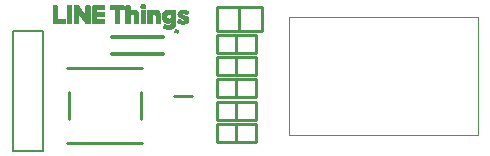
<source format=gto>
G04*
G04 #@! TF.GenerationSoftware,Altium Limited,CircuitStudio,1.5.1 (13)*
G04*
G04 Layer_Color=15065295*
%FSLAX25Y25*%
%MOIN*%
G70*
G01*
G75*
%ADD24C,0.01000*%
%ADD25C,0.00787*%
%ADD26C,0.00394*%
%ADD27C,0.00044*%
%ADD28C,0.01181*%
D24*
X249254Y284706D02*
G03*
X249213Y284882I352J176D01*
G01*
X237591Y255579D02*
Y264579D01*
X213591Y255579D02*
Y264579D01*
X213090Y247579D02*
X238090D01*
X213090Y272579D02*
X238090D01*
X248819Y263228D02*
X254819D01*
X262890Y285114D02*
Y293114D01*
X277890D01*
Y285114D02*
Y293114D01*
X262890Y285114D02*
X277890D01*
X270390D02*
Y293114D01*
X262890Y255504D02*
X275890D01*
X262890Y261504D02*
X275890D01*
X269390Y255504D02*
Y261504D01*
X275890Y255504D02*
Y261504D01*
X262890Y255504D02*
Y261504D01*
Y268886D02*
X275890D01*
X262890Y262886D02*
X275890D01*
X269390D02*
Y268886D01*
X262890Y262886D02*
Y268886D01*
X275890Y262886D02*
Y268886D01*
X262890Y283551D02*
X275890D01*
X262890Y277551D02*
X275890D01*
X269390D02*
Y283551D01*
X262890Y277551D02*
Y283551D01*
X275890Y277551D02*
Y283551D01*
X262890Y276268D02*
X275890D01*
X262890Y270268D02*
X275890D01*
X269390D02*
Y276268D01*
X262890Y270268D02*
Y276268D01*
X275890Y270268D02*
Y276268D01*
X262890Y254122D02*
X275890D01*
X262890Y248122D02*
X275890D01*
X269390D02*
Y254122D01*
X262890Y248122D02*
Y254122D01*
X275890Y248122D02*
Y254122D01*
D25*
X195000Y285000D02*
X205000D01*
Y245000D02*
Y285000D01*
X195000Y245000D02*
Y285000D01*
Y245000D02*
X205000D01*
D26*
X287008Y289606D02*
X350000D01*
Y269921D02*
Y289606D01*
X287008Y250236D02*
Y289606D01*
Y250236D02*
X350000D01*
Y269921D01*
D27*
X238127Y294087D02*
X238436D01*
X237994Y294043D02*
X238612D01*
X237906Y293999D02*
X238701D01*
X237818Y293955D02*
X238745D01*
X237774Y293910D02*
X238789D01*
X237730Y293866D02*
X238833D01*
X237685Y293822D02*
X238877D01*
X237641Y293778D02*
X238921D01*
X237641Y293734D02*
X238965D01*
X237597Y293690D02*
X238965D01*
X237597Y293646D02*
X239009D01*
X227446Y293601D02*
X231771D01*
X232698D02*
X233757D01*
X237553D02*
X239009D01*
X208380Y293557D02*
X209527D01*
X213191D02*
X214338D01*
X215441D02*
X216589D01*
X219325D02*
X220473D01*
X221576D02*
X225372D01*
X227358D02*
X231860D01*
X232610D02*
X233846D01*
X237553D02*
X239054D01*
X208336Y293513D02*
X209572D01*
X213146D02*
X214382D01*
X215397D02*
X216633D01*
X219281D02*
X220517D01*
X221532D02*
X225416D01*
X227314D02*
X231904D01*
X232566D02*
X233890D01*
X237553D02*
X239054D01*
X208292Y293469D02*
X209616D01*
X213102D02*
X214426D01*
X215353D02*
X216677D01*
X219237D02*
X220561D01*
X221488D02*
X225460D01*
X227314D02*
X231904D01*
X232566D02*
X233890D01*
X237509D02*
X239054D01*
X208292Y293425D02*
X209660D01*
X213102D02*
X214426D01*
X215353D02*
X216721D01*
X219193D02*
X220561D01*
X221444D02*
X225460D01*
X227314D02*
X231948D01*
X232522D02*
X233934D01*
X237509D02*
X239054D01*
X208292Y293381D02*
X209660D01*
X213058D02*
X214471D01*
X215309D02*
X216765D01*
X219193D02*
X220561D01*
X221444D02*
X225504D01*
X227270D02*
X231948D01*
X232522D02*
X233934D01*
X237509D02*
X239054D01*
X208292Y293337D02*
X209660D01*
X213058D02*
X214471D01*
X215309D02*
X216765D01*
X219193D02*
X220561D01*
X221444D02*
X225504D01*
X227270D02*
X231948D01*
X232522D02*
X233934D01*
X237509D02*
X239054D01*
X208292Y293292D02*
X209660D01*
X213058D02*
X214471D01*
X215309D02*
X216810D01*
X219193D02*
X220561D01*
X221444D02*
X225504D01*
X227270D02*
X231948D01*
X232522D02*
X233934D01*
X237509D02*
X239054D01*
X208292Y293248D02*
X209660D01*
X213058D02*
X214471D01*
X215309D02*
X216854D01*
X219193D02*
X220561D01*
X221444D02*
X225504D01*
X227270D02*
X231948D01*
X232522D02*
X233934D01*
X237509D02*
X239054D01*
X208292Y293204D02*
X209660D01*
X213058D02*
X214471D01*
X215309D02*
X216898D01*
X219193D02*
X220561D01*
X221444D02*
X225504D01*
X227270D02*
X231948D01*
X232522D02*
X233934D01*
X237509D02*
X239054D01*
X208292Y293160D02*
X209660D01*
X213058D02*
X214471D01*
X215309D02*
X216898D01*
X219193D02*
X220561D01*
X221444D02*
X225504D01*
X227270D02*
X231948D01*
X232522D02*
X233934D01*
X237509D02*
X239054D01*
X208292Y293116D02*
X209660D01*
X213058D02*
X214471D01*
X215309D02*
X216942D01*
X219193D02*
X220561D01*
X221444D02*
X225504D01*
X227270D02*
X231948D01*
X232522D02*
X233934D01*
X237553D02*
X239054D01*
X208292Y293072D02*
X209660D01*
X213058D02*
X214471D01*
X215309D02*
X216986D01*
X219193D02*
X220561D01*
X221444D02*
X225504D01*
X227270D02*
X231948D01*
X232522D02*
X233934D01*
X237553D02*
X239054D01*
X208292Y293028D02*
X209660D01*
X213058D02*
X214471D01*
X215309D02*
X216986D01*
X219193D02*
X220561D01*
X221444D02*
X225504D01*
X227270D02*
X231948D01*
X232522D02*
X233934D01*
X237553D02*
X239009D01*
X208292Y292984D02*
X209660D01*
X213058D02*
X214471D01*
X215309D02*
X217030D01*
X219193D02*
X220561D01*
X221444D02*
X225504D01*
X227270D02*
X231948D01*
X232522D02*
X233934D01*
X237597D02*
X239009D01*
X208292Y292939D02*
X209660D01*
X213058D02*
X214471D01*
X215309D02*
X217074D01*
X219193D02*
X220561D01*
X221444D02*
X225504D01*
X227270D02*
X231948D01*
X232522D02*
X233934D01*
X237597D02*
X238965D01*
X208292Y292895D02*
X209660D01*
X213058D02*
X214471D01*
X215309D02*
X217119D01*
X219193D02*
X220561D01*
X221444D02*
X225504D01*
X227270D02*
X231948D01*
X232522D02*
X233934D01*
X237641D02*
X238965D01*
X208292Y292851D02*
X209660D01*
X213058D02*
X214471D01*
X215309D02*
X217119D01*
X219193D02*
X220561D01*
X221444D02*
X225504D01*
X227270D02*
X231948D01*
X232522D02*
X233934D01*
X237641D02*
X238921D01*
X208292Y292807D02*
X209660D01*
X213058D02*
X214471D01*
X215309D02*
X217163D01*
X219193D02*
X220561D01*
X221444D02*
X225504D01*
X227270D02*
X231948D01*
X232522D02*
X233934D01*
X237685D02*
X238877D01*
X208292Y292763D02*
X209660D01*
X213058D02*
X214471D01*
X215309D02*
X217207D01*
X219193D02*
X220561D01*
X221444D02*
X225504D01*
X227270D02*
X231948D01*
X232522D02*
X233934D01*
X237730D02*
X238833D01*
X208292Y292719D02*
X209660D01*
X213058D02*
X214471D01*
X215309D02*
X217251D01*
X219193D02*
X220561D01*
X221444D02*
X225504D01*
X227270D02*
X231948D01*
X232522D02*
X233934D01*
X237774D02*
X238789D01*
X208292Y292675D02*
X209660D01*
X213058D02*
X214471D01*
X215309D02*
X217251D01*
X219193D02*
X220561D01*
X221444D02*
X225504D01*
X227270D02*
X231948D01*
X232522D02*
X233934D01*
X237818D02*
X238745D01*
X208292Y292631D02*
X209660D01*
X213058D02*
X214471D01*
X215309D02*
X217295D01*
X219193D02*
X220561D01*
X221444D02*
X225504D01*
X227270D02*
X231948D01*
X232522D02*
X233934D01*
X237906D02*
X238656D01*
X208292Y292586D02*
X209660D01*
X213058D02*
X214471D01*
X215309D02*
X217339D01*
X219193D02*
X220561D01*
X221444D02*
X225504D01*
X227270D02*
X231948D01*
X232522D02*
X233934D01*
X237994D02*
X238568D01*
X208292Y292542D02*
X209660D01*
X213058D02*
X214471D01*
X215309D02*
X217383D01*
X219193D02*
X220561D01*
X221444D02*
X225504D01*
X227270D02*
X231948D01*
X232522D02*
X233934D01*
X238215D02*
X238348D01*
X208292Y292498D02*
X209660D01*
X213058D02*
X214471D01*
X215309D02*
X217383D01*
X219193D02*
X220561D01*
X221444D02*
X225504D01*
X227270D02*
X231948D01*
X232522D02*
X233934D01*
X208292Y292454D02*
X209660D01*
X213058D02*
X214471D01*
X215309D02*
X217428D01*
X219193D02*
X220561D01*
X221444D02*
X225504D01*
X227314D02*
X231948D01*
X232522D02*
X233934D01*
X208292Y292410D02*
X209660D01*
X213058D02*
X214471D01*
X215309D02*
X217472D01*
X219193D02*
X220561D01*
X221444D02*
X225504D01*
X227314D02*
X231948D01*
X232522D02*
X233934D01*
X208292Y292366D02*
X209660D01*
X213058D02*
X214471D01*
X215309D02*
X217516D01*
X219193D02*
X220561D01*
X221444D02*
X225460D01*
X227314D02*
X231904D01*
X232522D02*
X233934D01*
X208292Y292322D02*
X209660D01*
X213058D02*
X214471D01*
X215309D02*
X217516D01*
X219193D02*
X220561D01*
X221444D02*
X225460D01*
X227358D02*
X231904D01*
X232522D02*
X233934D01*
X208292Y292277D02*
X209660D01*
X213058D02*
X214471D01*
X215309D02*
X217560D01*
X219193D02*
X220561D01*
X221444D02*
X225416D01*
X227402D02*
X231860D01*
X232522D02*
X233934D01*
X208292Y292233D02*
X209660D01*
X213058D02*
X214471D01*
X215309D02*
X217604D01*
X219193D02*
X220561D01*
X221444D02*
X225328D01*
X227490D02*
X231771D01*
X232522D02*
X233934D01*
X208292Y292189D02*
X209660D01*
X213058D02*
X214471D01*
X215309D02*
X217648D01*
X219193D02*
X220561D01*
X221444D02*
X222812D01*
X228947D02*
X230315D01*
X232522D02*
X233934D01*
X208292Y292145D02*
X209660D01*
X213058D02*
X214471D01*
X215309D02*
X217648D01*
X219193D02*
X220561D01*
X221444D02*
X222812D01*
X228947D02*
X230315D01*
X232522D02*
X233934D01*
X208292Y292101D02*
X209660D01*
X213058D02*
X214471D01*
X215309D02*
X217692D01*
X219193D02*
X220561D01*
X221444D02*
X222812D01*
X228947D02*
X230315D01*
X232522D02*
X233934D01*
X234773D02*
X235567D01*
X242099D02*
X242849D01*
X246248D02*
X246998D01*
X208292Y292057D02*
X209660D01*
X213058D02*
X214471D01*
X215309D02*
X217737D01*
X219193D02*
X220561D01*
X221444D02*
X222812D01*
X228947D02*
X230315D01*
X232522D02*
X233934D01*
X234640D02*
X235744D01*
X237774D02*
X238789D01*
X239981D02*
X241040D01*
X241967D02*
X242982D01*
X246071D02*
X247130D01*
X247881D02*
X249028D01*
X251191D02*
X252162D01*
X208292Y292013D02*
X209660D01*
X213058D02*
X214471D01*
X215309D02*
X217781D01*
X219193D02*
X220561D01*
X221444D02*
X222812D01*
X228947D02*
X230315D01*
X232522D02*
X233934D01*
X234552D02*
X235832D01*
X237685D02*
X238877D01*
X239892D02*
X241128D01*
X241878D02*
X243114D01*
X245939D02*
X247263D01*
X247836D02*
X249116D01*
X250970D02*
X252382D01*
X208292Y291968D02*
X209660D01*
X213058D02*
X214471D01*
X215309D02*
X217781D01*
X219193D02*
X220561D01*
X221444D02*
X222812D01*
X228947D02*
X230315D01*
X232522D02*
X233934D01*
X234464D02*
X235920D01*
X237641D02*
X238921D01*
X239848D02*
X241172D01*
X241790D02*
X243202D01*
X245850D02*
X247351D01*
X247792D02*
X249116D01*
X250838D02*
X252559D01*
X208292Y291924D02*
X209660D01*
X213058D02*
X214471D01*
X215309D02*
X217825D01*
X219193D02*
X220561D01*
X221444D02*
X222812D01*
X228947D02*
X230315D01*
X232522D02*
X233934D01*
X234419D02*
X236008D01*
X237641D02*
X238921D01*
X239848D02*
X241216D01*
X241702D02*
X243291D01*
X245762D02*
X247395D01*
X247792D02*
X249161D01*
X250749D02*
X252691D01*
X208292Y291880D02*
X209660D01*
X213058D02*
X214471D01*
X215309D02*
X217869D01*
X219193D02*
X220561D01*
X221444D02*
X222812D01*
X228947D02*
X230315D01*
X232522D02*
X233934D01*
X234331D02*
X236097D01*
X237597D02*
X238965D01*
X239848D02*
X241216D01*
X241658D02*
X243335D01*
X245674D02*
X247483D01*
X247748D02*
X249161D01*
X250661D02*
X252780D01*
X208292Y291836D02*
X209660D01*
X213058D02*
X214471D01*
X215309D02*
X217869D01*
X219193D02*
X220561D01*
X221444D02*
X222812D01*
X228947D02*
X230315D01*
X232522D02*
X233934D01*
X234287D02*
X236141D01*
X237597D02*
X238965D01*
X239804D02*
X241216D01*
X241569D02*
X243423D01*
X245586D02*
X247528D01*
X247748D02*
X249161D01*
X250573D02*
X252868D01*
X208292Y291792D02*
X209660D01*
X213058D02*
X214471D01*
X215309D02*
X217913D01*
X219193D02*
X220561D01*
X221444D02*
X222812D01*
X228947D02*
X230315D01*
X232522D02*
X233934D01*
X234243D02*
X236185D01*
X237597D02*
X238965D01*
X239804D02*
X241216D01*
X241525D02*
X243467D01*
X245542D02*
X247572D01*
X247748D02*
X249161D01*
X250485D02*
X252956D01*
X208292Y291748D02*
X209660D01*
X213058D02*
X214471D01*
X215309D02*
X217957D01*
X219193D02*
X220561D01*
X221444D02*
X222812D01*
X228947D02*
X230315D01*
X232522D02*
X233934D01*
X234199D02*
X236229D01*
X237597D02*
X238965D01*
X239804D02*
X241216D01*
X241481D02*
X243511D01*
X245497D02*
X247616D01*
X247748D02*
X249161D01*
X250441D02*
X253044D01*
X208292Y291704D02*
X209660D01*
X213058D02*
X214471D01*
X215309D02*
X218001D01*
X219193D02*
X220561D01*
X221444D02*
X222812D01*
X228947D02*
X230315D01*
X232522D02*
X233934D01*
X234155D02*
X236273D01*
X237597D02*
X238965D01*
X239804D02*
X241216D01*
X241437D02*
X243555D01*
X245409D02*
X247660D01*
X247748D02*
X249161D01*
X250352D02*
X253133D01*
X208292Y291659D02*
X209660D01*
X213058D02*
X214471D01*
X215309D02*
X218001D01*
X219193D02*
X220561D01*
X221444D02*
X222812D01*
X228947D02*
X230315D01*
X232522D02*
X233934D01*
X234111D02*
X236317D01*
X237597D02*
X238965D01*
X239804D02*
X241216D01*
X241393D02*
X243600D01*
X245365D02*
X247704D01*
X247748D02*
X249161D01*
X250308D02*
X253177D01*
X208292Y291615D02*
X209660D01*
X213058D02*
X214471D01*
X215309D02*
X218045D01*
X219193D02*
X220561D01*
X221444D02*
X222812D01*
X228947D02*
X230315D01*
X232522D02*
X233934D01*
X234111D02*
X236361D01*
X237597D02*
X238965D01*
X239804D02*
X241216D01*
X241393D02*
X243644D01*
X245321D02*
X249161D01*
X250264D02*
X253221D01*
X208292Y291571D02*
X209660D01*
X213058D02*
X214471D01*
X215309D02*
X218090D01*
X219193D02*
X220561D01*
X221444D02*
X222812D01*
X228947D02*
X230315D01*
X232522D02*
X233934D01*
X234066D02*
X236406D01*
X237597D02*
X238965D01*
X239804D02*
X241216D01*
X241349D02*
X243644D01*
X245277D02*
X249161D01*
X250220D02*
X253309D01*
X208292Y291527D02*
X209660D01*
X213058D02*
X214471D01*
X215309D02*
X218134D01*
X219193D02*
X220561D01*
X221444D02*
X222812D01*
X228947D02*
X230315D01*
X232522D02*
X233934D01*
X234066D02*
X236450D01*
X237597D02*
X238965D01*
X239804D02*
X241216D01*
X241305D02*
X243688D01*
X245233D02*
X249161D01*
X250176D02*
X253309D01*
X208292Y291483D02*
X209660D01*
X213058D02*
X214471D01*
X215309D02*
X218134D01*
X219193D02*
X220561D01*
X221444D02*
X222812D01*
X228947D02*
X230315D01*
X232522D02*
X233934D01*
X234022D02*
X236450D01*
X237597D02*
X238965D01*
X239804D02*
X241216D01*
X241305D02*
X243732D01*
X245188D02*
X249161D01*
X250132D02*
X253353D01*
X208292Y291439D02*
X209660D01*
X213058D02*
X214471D01*
X215309D02*
X218178D01*
X219193D02*
X220561D01*
X221444D02*
X222812D01*
X228947D02*
X230315D01*
X232522D02*
X233934D01*
X234022D02*
X236494D01*
X237597D02*
X238965D01*
X239804D02*
X241216D01*
X241260D02*
X243732D01*
X245144D02*
X249161D01*
X250132D02*
X253353D01*
X208292Y291395D02*
X209660D01*
X213058D02*
X214471D01*
X215309D02*
X218222D01*
X219193D02*
X220561D01*
X221444D02*
X222812D01*
X228947D02*
X230315D01*
X232522D02*
X233934D01*
X233978D02*
X236494D01*
X237597D02*
X238965D01*
X239804D02*
X243776D01*
X245144D02*
X249161D01*
X250087D02*
X253397D01*
X208292Y291351D02*
X209660D01*
X213058D02*
X214471D01*
X215309D02*
X218266D01*
X219193D02*
X220561D01*
X221444D02*
X222812D01*
X228947D02*
X230315D01*
X232522D02*
X233934D01*
X233978D02*
X236538D01*
X237597D02*
X238965D01*
X239804D02*
X243820D01*
X245100D02*
X249161D01*
X250043D02*
X253353D01*
X208292Y291306D02*
X209660D01*
X213058D02*
X214471D01*
X215309D02*
X218266D01*
X219193D02*
X220561D01*
X221444D02*
X222812D01*
X228947D02*
X230315D01*
X232522D02*
X236538D01*
X237597D02*
X238965D01*
X239804D02*
X243820D01*
X245056D02*
X249161D01*
X250043D02*
X253353D01*
X208292Y291262D02*
X209660D01*
X213058D02*
X214471D01*
X215309D02*
X218310D01*
X219193D02*
X220561D01*
X221444D02*
X225328D01*
X228947D02*
X230315D01*
X232522D02*
X236582D01*
X237597D02*
X238965D01*
X239804D02*
X243864D01*
X245012D02*
X249161D01*
X249999D02*
X253353D01*
X208292Y291218D02*
X209660D01*
X213058D02*
X214471D01*
X215309D02*
X218354D01*
X219193D02*
X220561D01*
X221444D02*
X225416D01*
X228947D02*
X230315D01*
X232522D02*
X236582D01*
X237597D02*
X238965D01*
X239804D02*
X243864D01*
X245012D02*
X249161D01*
X249999D02*
X253309D01*
X208292Y291174D02*
X209660D01*
X213058D02*
X214471D01*
X215309D02*
X218398D01*
X219193D02*
X220561D01*
X221444D02*
X225460D01*
X228947D02*
X230315D01*
X232522D02*
X236626D01*
X237597D02*
X238965D01*
X239804D02*
X243864D01*
X244968D02*
X249161D01*
X249955D02*
X253265D01*
X208292Y291130D02*
X209660D01*
X213058D02*
X214471D01*
X215309D02*
X218398D01*
X219193D02*
X220561D01*
X221444D02*
X225460D01*
X228947D02*
X230315D01*
X232522D02*
X236626D01*
X237597D02*
X238965D01*
X239804D02*
X243909D01*
X244968D02*
X249161D01*
X249955D02*
X253221D01*
X208292Y291086D02*
X209660D01*
X213058D02*
X214471D01*
X215309D02*
X218443D01*
X219193D02*
X220561D01*
X221444D02*
X225504D01*
X228947D02*
X230315D01*
X232522D02*
X236626D01*
X237597D02*
X238965D01*
X239804D02*
X243909D01*
X244924D02*
X249161D01*
X249955D02*
X253177D01*
X208292Y291042D02*
X209660D01*
X213058D02*
X214471D01*
X215309D02*
X216721D01*
X216765D02*
X218487D01*
X219193D02*
X220561D01*
X221444D02*
X225504D01*
X228947D02*
X230315D01*
X232522D02*
X236670D01*
X237597D02*
X238965D01*
X239804D02*
X243909D01*
X244924D02*
X249161D01*
X249911D02*
X251411D01*
X252029D02*
X253133D01*
X208292Y290998D02*
X209660D01*
X213058D02*
X214471D01*
X215309D02*
X216721D01*
X216765D02*
X218531D01*
X219193D02*
X220561D01*
X221444D02*
X225504D01*
X228947D02*
X230315D01*
X232522D02*
X236670D01*
X237597D02*
X238965D01*
X239804D02*
X243953D01*
X244880D02*
X249161D01*
X249911D02*
X251323D01*
X252162D02*
X253089D01*
X208292Y290953D02*
X209660D01*
X213058D02*
X214471D01*
X215309D02*
X216721D01*
X216810D02*
X218531D01*
X219193D02*
X220561D01*
X221444D02*
X225504D01*
X228947D02*
X230315D01*
X232522D02*
X236670D01*
X237597D02*
X238965D01*
X239804D02*
X243953D01*
X244880D02*
X249161D01*
X249911D02*
X251279D01*
X252294D02*
X253044D01*
X208292Y290909D02*
X209660D01*
X213058D02*
X214471D01*
X215309D02*
X216721D01*
X216854D02*
X218575D01*
X219193D02*
X220561D01*
X221444D02*
X225504D01*
X228947D02*
X230315D01*
X232522D02*
X236715D01*
X237597D02*
X238965D01*
X239804D02*
X243953D01*
X244835D02*
X249161D01*
X249911D02*
X251235D01*
X252382D02*
X253000D01*
X208292Y290865D02*
X209660D01*
X213058D02*
X214471D01*
X215309D02*
X216721D01*
X216898D02*
X218619D01*
X219193D02*
X220561D01*
X221444D02*
X225504D01*
X228947D02*
X230315D01*
X232522D02*
X234464D01*
X234817D02*
X236715D01*
X237597D02*
X238965D01*
X239804D02*
X243953D01*
X244835D02*
X249161D01*
X249911D02*
X251235D01*
X252471D02*
X252956D01*
X208292Y290821D02*
X209660D01*
X213058D02*
X214471D01*
X215309D02*
X216721D01*
X216898D02*
X218619D01*
X219193D02*
X220561D01*
X221444D02*
X225504D01*
X228947D02*
X230315D01*
X232522D02*
X234331D01*
X234949D02*
X236715D01*
X237597D02*
X238965D01*
X239804D02*
X241702D01*
X242187D02*
X243997D01*
X244791D02*
X249161D01*
X249911D02*
X251191D01*
X252515D02*
X252912D01*
X208292Y290777D02*
X209660D01*
X213058D02*
X214471D01*
X215309D02*
X216721D01*
X216942D02*
X218663D01*
X219193D02*
X220561D01*
X221444D02*
X225504D01*
X228947D02*
X230315D01*
X232522D02*
X234243D01*
X235037D02*
X236715D01*
X237597D02*
X238965D01*
X239804D02*
X241614D01*
X242276D02*
X243997D01*
X244791D02*
X246689D01*
X247175D02*
X249161D01*
X249867D02*
X251191D01*
X252603D02*
X252868D01*
X208292Y290733D02*
X209660D01*
X213058D02*
X214471D01*
X215309D02*
X216721D01*
X216986D02*
X218707D01*
X219193D02*
X220561D01*
X221444D02*
X225504D01*
X228947D02*
X230315D01*
X232522D02*
X234199D01*
X235082D02*
X236715D01*
X237597D02*
X238965D01*
X239804D02*
X241525D01*
X242364D02*
X243997D01*
X244791D02*
X246601D01*
X247263D02*
X249161D01*
X249867D02*
X251191D01*
X252647D02*
X252824D01*
X208292Y290689D02*
X209660D01*
X213058D02*
X214471D01*
X215309D02*
X216721D01*
X217030D02*
X218752D01*
X219193D02*
X220561D01*
X221444D02*
X225504D01*
X228947D02*
X230315D01*
X232522D02*
X234155D01*
X235170D02*
X236715D01*
X237597D02*
X238965D01*
X239804D02*
X241481D01*
X242408D02*
X243997D01*
X244747D02*
X246513D01*
X247351D02*
X249161D01*
X249911D02*
X251191D01*
X208292Y290645D02*
X209660D01*
X213058D02*
X214471D01*
X215309D02*
X216721D01*
X217030D02*
X218752D01*
X219193D02*
X220561D01*
X221444D02*
X225504D01*
X228947D02*
X230315D01*
X232522D02*
X234111D01*
X235214D02*
X236759D01*
X237597D02*
X238965D01*
X239804D02*
X241437D01*
X242452D02*
X243997D01*
X244747D02*
X246424D01*
X247439D02*
X249161D01*
X249911D02*
X251191D01*
X208292Y290600D02*
X209660D01*
X213058D02*
X214471D01*
X215309D02*
X216721D01*
X217074D02*
X218796D01*
X219193D02*
X220561D01*
X221444D02*
X225504D01*
X228947D02*
X230315D01*
X232522D02*
X234066D01*
X235214D02*
X236759D01*
X237597D02*
X238965D01*
X239804D02*
X241393D01*
X242496D02*
X243997D01*
X244747D02*
X246380D01*
X247483D02*
X249161D01*
X249911D02*
X251235D01*
X208292Y290556D02*
X209660D01*
X213058D02*
X214471D01*
X215309D02*
X216721D01*
X217119D02*
X218840D01*
X219193D02*
X220561D01*
X221444D02*
X225504D01*
X228947D02*
X230315D01*
X232522D02*
X234022D01*
X235258D02*
X236759D01*
X237597D02*
X238965D01*
X239804D02*
X241349D01*
X242540D02*
X244041D01*
X244703D02*
X246336D01*
X247528D02*
X249161D01*
X249911D02*
X251279D01*
X208292Y290512D02*
X209660D01*
X213058D02*
X214471D01*
X215309D02*
X216721D01*
X217163D02*
X218884D01*
X219193D02*
X220561D01*
X221444D02*
X225504D01*
X228947D02*
X230315D01*
X232522D02*
X234022D01*
X235258D02*
X236759D01*
X237597D02*
X238965D01*
X239804D02*
X241305D01*
X242540D02*
X244041D01*
X244703D02*
X246292D01*
X247572D02*
X249161D01*
X249911D02*
X251323D01*
X208292Y290468D02*
X209660D01*
X213058D02*
X214471D01*
X215309D02*
X216721D01*
X217163D02*
X218884D01*
X219193D02*
X220561D01*
X221444D02*
X225504D01*
X228947D02*
X230315D01*
X232522D02*
X233978D01*
X235302D02*
X236759D01*
X237597D02*
X238965D01*
X239804D02*
X241305D01*
X242584D02*
X244041D01*
X244703D02*
X246248D01*
X247616D02*
X249161D01*
X249911D02*
X251367D01*
X208292Y290424D02*
X209660D01*
X213058D02*
X214471D01*
X215309D02*
X216721D01*
X217207D02*
X218928D01*
X219193D02*
X220561D01*
X221444D02*
X225504D01*
X228947D02*
X230315D01*
X232522D02*
X233978D01*
X235302D02*
X236759D01*
X237597D02*
X238965D01*
X239804D02*
X241260D01*
X242584D02*
X244041D01*
X244703D02*
X246248D01*
X247616D02*
X249161D01*
X249911D02*
X251456D01*
X208292Y290380D02*
X209660D01*
X213058D02*
X214471D01*
X215309D02*
X216721D01*
X217251D02*
X218972D01*
X219193D02*
X220561D01*
X221444D02*
X225504D01*
X228947D02*
X230315D01*
X232522D02*
X233978D01*
X235346D02*
X236759D01*
X237597D02*
X238965D01*
X239804D02*
X241260D01*
X242629D02*
X244041D01*
X244703D02*
X246203D01*
X247660D02*
X249161D01*
X249955D02*
X251588D01*
X208292Y290335D02*
X209660D01*
X213058D02*
X214471D01*
X215309D02*
X216721D01*
X217295D02*
X219016D01*
X219193D02*
X220561D01*
X221444D02*
X225504D01*
X228947D02*
X230315D01*
X232522D02*
X233978D01*
X235346D02*
X236759D01*
X237597D02*
X238965D01*
X239804D02*
X241260D01*
X242629D02*
X244041D01*
X244703D02*
X246159D01*
X247704D02*
X249161D01*
X249955D02*
X251720D01*
X208292Y290291D02*
X209660D01*
X213058D02*
X214471D01*
X215309D02*
X216721D01*
X217295D02*
X219016D01*
X219193D02*
X220561D01*
X221444D02*
X225504D01*
X228947D02*
X230315D01*
X232522D02*
X233934D01*
X235346D02*
X236759D01*
X237597D02*
X238965D01*
X239804D02*
X241216D01*
X242629D02*
X244041D01*
X244659D02*
X246159D01*
X247704D02*
X249161D01*
X249955D02*
X251897D01*
X208292Y290247D02*
X209660D01*
X213058D02*
X214471D01*
X215309D02*
X216721D01*
X217339D02*
X219061D01*
X219193D02*
X220561D01*
X221444D02*
X225504D01*
X228947D02*
X230315D01*
X232522D02*
X233934D01*
X235346D02*
X236759D01*
X237597D02*
X238965D01*
X239804D02*
X241216D01*
X242673D02*
X244041D01*
X244659D02*
X246159D01*
X247704D02*
X249161D01*
X249999D02*
X252074D01*
X208292Y290203D02*
X209660D01*
X213058D02*
X214471D01*
X215309D02*
X216721D01*
X217383D02*
X219105D01*
X219193D02*
X220561D01*
X221444D02*
X225504D01*
X228947D02*
X230315D01*
X232522D02*
X233934D01*
X235346D02*
X236759D01*
X237597D02*
X238965D01*
X239804D02*
X241216D01*
X242673D02*
X244041D01*
X244659D02*
X246115D01*
X247748D02*
X249161D01*
X249999D02*
X252206D01*
X208292Y290159D02*
X209660D01*
X213058D02*
X214471D01*
X215309D02*
X216721D01*
X217383D02*
X219149D01*
X219193D02*
X220561D01*
X221444D02*
X225504D01*
X228947D02*
X230315D01*
X232522D02*
X233934D01*
X235346D02*
X236759D01*
X237597D02*
X238965D01*
X239804D02*
X241216D01*
X242673D02*
X244041D01*
X244659D02*
X246115D01*
X247748D02*
X249161D01*
X250043D02*
X252338D01*
X208292Y290115D02*
X209660D01*
X213058D02*
X214471D01*
X215309D02*
X216721D01*
X217428D02*
X219149D01*
X219193D02*
X220561D01*
X221444D02*
X225504D01*
X228947D02*
X230315D01*
X232522D02*
X233934D01*
X235390D02*
X236759D01*
X237597D02*
X238965D01*
X239804D02*
X241216D01*
X242673D02*
X244041D01*
X244659D02*
X246115D01*
X247748D02*
X249161D01*
X250043D02*
X252515D01*
X208292Y290071D02*
X209660D01*
X213058D02*
X214471D01*
X215309D02*
X216721D01*
X217472D02*
X220561D01*
X221444D02*
X225460D01*
X228947D02*
X230315D01*
X232522D02*
X233934D01*
X235390D02*
X236759D01*
X237597D02*
X238965D01*
X239804D02*
X241216D01*
X242673D02*
X244041D01*
X244659D02*
X246115D01*
X247748D02*
X249161D01*
X250087D02*
X252603D01*
X208292Y290027D02*
X209660D01*
X213058D02*
X214471D01*
X215309D02*
X216721D01*
X217516D02*
X220561D01*
X221444D02*
X225460D01*
X228947D02*
X230315D01*
X232522D02*
X233934D01*
X235390D02*
X236759D01*
X237597D02*
X238965D01*
X239804D02*
X241216D01*
X242673D02*
X244041D01*
X244659D02*
X246115D01*
X247748D02*
X249161D01*
X250087D02*
X252735D01*
X208292Y289982D02*
X209660D01*
X213058D02*
X214471D01*
X215309D02*
X216721D01*
X217516D02*
X220561D01*
X221444D02*
X225416D01*
X228947D02*
X230315D01*
X232522D02*
X233934D01*
X235390D02*
X236759D01*
X237597D02*
X238965D01*
X239804D02*
X241216D01*
X242673D02*
X244041D01*
X244659D02*
X246115D01*
X247748D02*
X249161D01*
X250132D02*
X252824D01*
X208292Y289938D02*
X209660D01*
X213058D02*
X214471D01*
X215309D02*
X216721D01*
X217560D02*
X220561D01*
X221444D02*
X225372D01*
X228947D02*
X230315D01*
X232522D02*
X233934D01*
X235390D02*
X236759D01*
X237597D02*
X238965D01*
X239804D02*
X241216D01*
X242673D02*
X244041D01*
X244659D02*
X246115D01*
X247748D02*
X249161D01*
X250176D02*
X252868D01*
X208292Y289894D02*
X209660D01*
X213058D02*
X214471D01*
X215309D02*
X216721D01*
X217604D02*
X220561D01*
X221444D02*
X225284D01*
X228947D02*
X230315D01*
X232522D02*
X233934D01*
X235390D02*
X236759D01*
X237597D02*
X238965D01*
X239804D02*
X241216D01*
X242673D02*
X244041D01*
X244659D02*
X246115D01*
X247748D02*
X249161D01*
X250220D02*
X252956D01*
X208292Y289850D02*
X209660D01*
X213058D02*
X214471D01*
X215309D02*
X216721D01*
X217648D02*
X220561D01*
X221444D02*
X222812D01*
X228947D02*
X230315D01*
X232522D02*
X233934D01*
X235390D02*
X236759D01*
X237597D02*
X238965D01*
X239804D02*
X241216D01*
X242673D02*
X244041D01*
X244659D02*
X246115D01*
X247748D02*
X249161D01*
X250264D02*
X253000D01*
X208292Y289806D02*
X209660D01*
X213058D02*
X214471D01*
X215309D02*
X216721D01*
X217648D02*
X220561D01*
X221444D02*
X222812D01*
X228947D02*
X230315D01*
X232522D02*
X233934D01*
X235390D02*
X236759D01*
X237597D02*
X238965D01*
X239804D02*
X241216D01*
X242673D02*
X244041D01*
X244659D02*
X246115D01*
X247748D02*
X249161D01*
X250308D02*
X253089D01*
X208292Y289762D02*
X209660D01*
X213058D02*
X214471D01*
X215309D02*
X216721D01*
X217692D02*
X220561D01*
X221444D02*
X222812D01*
X228947D02*
X230315D01*
X232522D02*
X233934D01*
X235390D02*
X236759D01*
X237597D02*
X238965D01*
X239804D02*
X241216D01*
X242673D02*
X244041D01*
X244659D02*
X246115D01*
X247748D02*
X249161D01*
X250396D02*
X253133D01*
X208292Y289718D02*
X209660D01*
X213058D02*
X214471D01*
X215309D02*
X216721D01*
X217737D02*
X220561D01*
X221444D02*
X222812D01*
X228947D02*
X230315D01*
X232522D02*
X233934D01*
X235390D02*
X236759D01*
X237597D02*
X238965D01*
X239804D02*
X241216D01*
X242673D02*
X244041D01*
X244659D02*
X246159D01*
X247748D02*
X249161D01*
X250441D02*
X253177D01*
X208292Y289673D02*
X209660D01*
X213058D02*
X214471D01*
X215309D02*
X216721D01*
X217781D02*
X220561D01*
X221444D02*
X222812D01*
X228947D02*
X230315D01*
X232522D02*
X233934D01*
X235390D02*
X236759D01*
X237597D02*
X238965D01*
X239804D02*
X241216D01*
X242673D02*
X244041D01*
X244659D02*
X246159D01*
X247704D02*
X249161D01*
X250529D02*
X253177D01*
X208292Y289629D02*
X209660D01*
X213058D02*
X214471D01*
X215309D02*
X216721D01*
X217781D02*
X220561D01*
X221444D02*
X222812D01*
X228947D02*
X230315D01*
X232522D02*
X233934D01*
X235390D02*
X236759D01*
X237597D02*
X238965D01*
X239804D02*
X241216D01*
X242673D02*
X244041D01*
X244659D02*
X246159D01*
X247704D02*
X249161D01*
X250573D02*
X253221D01*
X208292Y289585D02*
X209660D01*
X213058D02*
X214471D01*
X215309D02*
X216721D01*
X217825D02*
X220561D01*
X221444D02*
X222812D01*
X228947D02*
X230315D01*
X232522D02*
X233934D01*
X235390D02*
X236759D01*
X237597D02*
X238965D01*
X239804D02*
X241216D01*
X242673D02*
X244041D01*
X244703D02*
X246203D01*
X247660D02*
X249161D01*
X250661D02*
X253265D01*
X208292Y289541D02*
X209660D01*
X213058D02*
X214471D01*
X215309D02*
X216721D01*
X217869D02*
X220561D01*
X221444D02*
X222812D01*
X228947D02*
X230315D01*
X232522D02*
X233934D01*
X235390D02*
X236759D01*
X237597D02*
X238965D01*
X239804D02*
X241216D01*
X242673D02*
X244041D01*
X244703D02*
X246203D01*
X247660D02*
X249161D01*
X250794D02*
X253309D01*
X208292Y289497D02*
X209660D01*
X213058D02*
X214471D01*
X215309D02*
X216721D01*
X217913D02*
X220561D01*
X221444D02*
X222812D01*
X228947D02*
X230315D01*
X232522D02*
X233934D01*
X235390D02*
X236759D01*
X237597D02*
X238965D01*
X239804D02*
X241216D01*
X242673D02*
X244041D01*
X244703D02*
X246248D01*
X247616D02*
X249161D01*
X250882D02*
X253309D01*
X208292Y289453D02*
X209660D01*
X213058D02*
X214471D01*
X215309D02*
X216721D01*
X217913D02*
X220561D01*
X221444D02*
X222812D01*
X228947D02*
X230315D01*
X232522D02*
X233934D01*
X235390D02*
X236759D01*
X237597D02*
X238965D01*
X239804D02*
X241216D01*
X242673D02*
X244041D01*
X244703D02*
X246292D01*
X247572D02*
X249161D01*
X251014D02*
X253353D01*
X208292Y289409D02*
X209660D01*
X213058D02*
X214471D01*
X215309D02*
X216721D01*
X217957D02*
X220561D01*
X221444D02*
X222812D01*
X228947D02*
X230315D01*
X232522D02*
X233934D01*
X235390D02*
X236759D01*
X237597D02*
X238965D01*
X239804D02*
X241216D01*
X242673D02*
X244041D01*
X244703D02*
X246336D01*
X247528D02*
X249161D01*
X251147D02*
X253353D01*
X208292Y289365D02*
X209660D01*
X213058D02*
X214471D01*
X215309D02*
X216721D01*
X218001D02*
X220561D01*
X221444D02*
X222812D01*
X228947D02*
X230315D01*
X232522D02*
X233934D01*
X235390D02*
X236759D01*
X237597D02*
X238965D01*
X239804D02*
X241216D01*
X242673D02*
X244041D01*
X244747D02*
X246380D01*
X247528D02*
X249161D01*
X251323D02*
X253397D01*
X208292Y289320D02*
X209660D01*
X213058D02*
X214471D01*
X215309D02*
X216721D01*
X218045D02*
X220561D01*
X221444D02*
X222812D01*
X228947D02*
X230315D01*
X232522D02*
X233934D01*
X235390D02*
X236759D01*
X237597D02*
X238965D01*
X239804D02*
X241216D01*
X242673D02*
X244041D01*
X244747D02*
X246424D01*
X247439D02*
X249161D01*
X251456D02*
X253397D01*
X208292Y289276D02*
X209660D01*
X213058D02*
X214471D01*
X215309D02*
X216721D01*
X218045D02*
X220561D01*
X221444D02*
X222812D01*
X228947D02*
X230315D01*
X232522D02*
X233934D01*
X235390D02*
X236759D01*
X237597D02*
X238965D01*
X239804D02*
X241216D01*
X242673D02*
X244041D01*
X244747D02*
X246468D01*
X247395D02*
X249161D01*
X251588D02*
X253397D01*
X208292Y289232D02*
X209660D01*
X213058D02*
X214471D01*
X215309D02*
X216721D01*
X218090D02*
X220561D01*
X221444D02*
X222812D01*
X228947D02*
X230315D01*
X232522D02*
X233934D01*
X235390D02*
X236759D01*
X237597D02*
X238965D01*
X239804D02*
X241216D01*
X242673D02*
X244041D01*
X244747D02*
X246557D01*
X247307D02*
X249161D01*
X251720D02*
X253442D01*
X208292Y289188D02*
X209660D01*
X213058D02*
X214471D01*
X215309D02*
X216721D01*
X218134D02*
X220561D01*
X221444D02*
X222812D01*
X228947D02*
X230315D01*
X232522D02*
X233934D01*
X235390D02*
X236759D01*
X237597D02*
X238965D01*
X239804D02*
X241216D01*
X242673D02*
X244041D01*
X244791D02*
X246645D01*
X247219D02*
X249161D01*
X251853D02*
X253442D01*
X208292Y289144D02*
X209660D01*
X213058D02*
X214471D01*
X215309D02*
X216721D01*
X218178D02*
X220561D01*
X221444D02*
X222812D01*
X228947D02*
X230315D01*
X232522D02*
X233934D01*
X235390D02*
X236759D01*
X237597D02*
X238965D01*
X239804D02*
X241216D01*
X242673D02*
X244041D01*
X244791D02*
X246866D01*
X247042D02*
X249161D01*
X251941D02*
X253442D01*
X208292Y289100D02*
X209660D01*
X213058D02*
X214471D01*
X215309D02*
X216721D01*
X218178D02*
X220561D01*
X221444D02*
X222812D01*
X228947D02*
X230315D01*
X232522D02*
X233934D01*
X235390D02*
X236759D01*
X237597D02*
X238965D01*
X239804D02*
X241216D01*
X242673D02*
X244041D01*
X244791D02*
X249161D01*
X252029D02*
X253442D01*
X208292Y289056D02*
X209660D01*
X213058D02*
X214471D01*
X215309D02*
X216721D01*
X218222D02*
X220561D01*
X221444D02*
X222812D01*
X228947D02*
X230315D01*
X232522D02*
X233934D01*
X235390D02*
X236759D01*
X237597D02*
X238965D01*
X239804D02*
X241216D01*
X242673D02*
X244041D01*
X244835D02*
X249161D01*
X252074D02*
X253442D01*
X208292Y289012D02*
X209660D01*
X213058D02*
X214471D01*
X215309D02*
X216721D01*
X218266D02*
X220561D01*
X221444D02*
X222812D01*
X228947D02*
X230315D01*
X232522D02*
X233934D01*
X235390D02*
X236759D01*
X237597D02*
X238965D01*
X239804D02*
X241216D01*
X242673D02*
X244041D01*
X244835D02*
X249161D01*
X252118D02*
X253442D01*
X208292Y288967D02*
X209660D01*
X213058D02*
X214471D01*
X215309D02*
X216721D01*
X218266D02*
X220561D01*
X221444D02*
X222856D01*
X228947D02*
X230315D01*
X232522D02*
X233934D01*
X235390D02*
X236759D01*
X237597D02*
X238965D01*
X239804D02*
X241216D01*
X242673D02*
X244041D01*
X244880D02*
X249161D01*
X250264D02*
X250441D01*
X252162D02*
X253442D01*
X208292Y288923D02*
X212220D01*
X213058D02*
X214471D01*
X215309D02*
X216721D01*
X218310D02*
X220561D01*
X221444D02*
X225372D01*
X228947D02*
X230315D01*
X232522D02*
X233934D01*
X235390D02*
X236759D01*
X237597D02*
X238965D01*
X239804D02*
X241216D01*
X242673D02*
X244041D01*
X244880D02*
X249161D01*
X250220D02*
X250529D01*
X252162D02*
X253486D01*
X208292Y288879D02*
X212264D01*
X213058D02*
X214471D01*
X215309D02*
X216721D01*
X218354D02*
X220561D01*
X221444D02*
X225416D01*
X228947D02*
X230315D01*
X232522D02*
X233934D01*
X235390D02*
X236759D01*
X237597D02*
X238965D01*
X239804D02*
X241216D01*
X242673D02*
X244041D01*
X244924D02*
X249161D01*
X250176D02*
X250573D01*
X252162D02*
X253486D01*
X208292Y288835D02*
X212264D01*
X213058D02*
X214471D01*
X215309D02*
X216721D01*
X218398D02*
X220561D01*
X221444D02*
X225460D01*
X228947D02*
X230315D01*
X232522D02*
X233934D01*
X235390D02*
X236759D01*
X237597D02*
X238965D01*
X239804D02*
X241216D01*
X242673D02*
X244041D01*
X244924D02*
X249161D01*
X250132D02*
X250661D01*
X252162D02*
X253486D01*
X208292Y288791D02*
X212308D01*
X213058D02*
X214471D01*
X215309D02*
X216721D01*
X218398D02*
X220561D01*
X221444D02*
X225460D01*
X228947D02*
X230315D01*
X232522D02*
X233934D01*
X235390D02*
X236759D01*
X237597D02*
X238965D01*
X239804D02*
X241216D01*
X242673D02*
X244041D01*
X244968D02*
X249161D01*
X250087D02*
X250705D01*
X252162D02*
X253442D01*
X208292Y288747D02*
X212308D01*
X213058D02*
X214471D01*
X215309D02*
X216721D01*
X218443D02*
X220561D01*
X221444D02*
X225504D01*
X228947D02*
X230315D01*
X232522D02*
X233934D01*
X235390D02*
X236759D01*
X237597D02*
X238965D01*
X239804D02*
X241216D01*
X242673D02*
X244041D01*
X244968D02*
X249161D01*
X250043D02*
X250794D01*
X252162D02*
X253442D01*
X208292Y288703D02*
X212308D01*
X213058D02*
X214471D01*
X215309D02*
X216721D01*
X218487D02*
X220561D01*
X221444D02*
X225504D01*
X228947D02*
X230315D01*
X232522D02*
X233934D01*
X235390D02*
X236759D01*
X237597D02*
X238965D01*
X239804D02*
X241216D01*
X242673D02*
X244041D01*
X245012D02*
X249161D01*
X250043D02*
X250882D01*
X252118D02*
X253442D01*
X208292Y288658D02*
X212308D01*
X213058D02*
X214471D01*
X215309D02*
X216721D01*
X218531D02*
X220561D01*
X221444D02*
X225504D01*
X228947D02*
X230315D01*
X232522D02*
X233934D01*
X235390D02*
X236759D01*
X237597D02*
X238965D01*
X239804D02*
X241216D01*
X242673D02*
X244041D01*
X245012D02*
X249161D01*
X249999D02*
X250970D01*
X252074D02*
X253442D01*
X208292Y288614D02*
X212308D01*
X213058D02*
X214471D01*
X215309D02*
X216721D01*
X218531D02*
X220561D01*
X221444D02*
X225504D01*
X228947D02*
X230315D01*
X232522D02*
X233934D01*
X235390D02*
X236759D01*
X237597D02*
X238965D01*
X239804D02*
X241216D01*
X242673D02*
X244041D01*
X245056D02*
X249161D01*
X249955D02*
X251058D01*
X252029D02*
X253442D01*
X208292Y288570D02*
X212308D01*
X213058D02*
X214471D01*
X215309D02*
X216721D01*
X218575D02*
X220561D01*
X221444D02*
X225504D01*
X228947D02*
X230315D01*
X232522D02*
X233934D01*
X235390D02*
X236759D01*
X237597D02*
X238965D01*
X239804D02*
X241216D01*
X242673D02*
X244041D01*
X245100D02*
X249161D01*
X249911D02*
X251191D01*
X251985D02*
X253442D01*
X208292Y288526D02*
X212308D01*
X213058D02*
X214471D01*
X215309D02*
X216721D01*
X218619D02*
X220561D01*
X221444D02*
X225504D01*
X228947D02*
X230315D01*
X232522D02*
X233934D01*
X235390D02*
X236759D01*
X237597D02*
X238965D01*
X239804D02*
X241216D01*
X242673D02*
X244041D01*
X245144D02*
X249161D01*
X249867D02*
X251411D01*
X251853D02*
X253397D01*
X208292Y288482D02*
X212308D01*
X213058D02*
X214471D01*
X215309D02*
X216721D01*
X218663D02*
X220561D01*
X221444D02*
X225504D01*
X228947D02*
X230315D01*
X232522D02*
X233934D01*
X235390D02*
X236759D01*
X237597D02*
X238965D01*
X239804D02*
X241216D01*
X242673D02*
X244041D01*
X245144D02*
X249161D01*
X249823D02*
X253397D01*
X208292Y288438D02*
X212308D01*
X213058D02*
X214471D01*
X215309D02*
X216721D01*
X218663D02*
X220561D01*
X221444D02*
X225504D01*
X228947D02*
X230315D01*
X232522D02*
X233934D01*
X235390D02*
X236759D01*
X237597D02*
X238965D01*
X239804D02*
X241216D01*
X242673D02*
X244041D01*
X245188D02*
X249161D01*
X249779D02*
X253397D01*
X208292Y288394D02*
X212308D01*
X213058D02*
X214471D01*
X215309D02*
X216721D01*
X218707D02*
X220561D01*
X221444D02*
X225504D01*
X228947D02*
X230315D01*
X232522D02*
X233934D01*
X235390D02*
X236759D01*
X237597D02*
X238965D01*
X239804D02*
X241216D01*
X242673D02*
X244041D01*
X245233D02*
X249161D01*
X249779D02*
X253353D01*
X208292Y288349D02*
X212308D01*
X213058D02*
X214471D01*
X215309D02*
X216721D01*
X218752D02*
X220561D01*
X221444D02*
X225504D01*
X228947D02*
X230315D01*
X232522D02*
X233934D01*
X235390D02*
X236759D01*
X237597D02*
X238965D01*
X239804D02*
X241216D01*
X242673D02*
X244041D01*
X245277D02*
X249161D01*
X249734D02*
X253353D01*
X208292Y288305D02*
X212308D01*
X213058D02*
X214471D01*
X215309D02*
X216721D01*
X218796D02*
X220561D01*
X221444D02*
X225504D01*
X228947D02*
X230315D01*
X232522D02*
X233934D01*
X235390D02*
X236759D01*
X237597D02*
X238965D01*
X239804D02*
X241216D01*
X242673D02*
X244041D01*
X245321D02*
X247704D01*
X247748D02*
X249161D01*
X249690D02*
X253309D01*
X208292Y288261D02*
X212308D01*
X213058D02*
X214471D01*
X215309D02*
X216721D01*
X218796D02*
X220561D01*
X221444D02*
X225504D01*
X228947D02*
X230315D01*
X232522D02*
X233934D01*
X235390D02*
X236759D01*
X237597D02*
X238965D01*
X239804D02*
X241216D01*
X242673D02*
X244041D01*
X245365D02*
X247660D01*
X247748D02*
X249161D01*
X249690D02*
X253309D01*
X208292Y288217D02*
X212308D01*
X213058D02*
X214471D01*
X215309D02*
X216721D01*
X218840D02*
X220561D01*
X221444D02*
X225504D01*
X228947D02*
X230315D01*
X232522D02*
X233934D01*
X235390D02*
X236759D01*
X237597D02*
X238965D01*
X239804D02*
X241216D01*
X242673D02*
X244041D01*
X245409D02*
X247616D01*
X247748D02*
X249161D01*
X249690D02*
X253265D01*
X208292Y288173D02*
X212308D01*
X213058D02*
X214471D01*
X215309D02*
X216721D01*
X218884D02*
X220561D01*
X221444D02*
X225504D01*
X228947D02*
X230315D01*
X232522D02*
X233934D01*
X235390D02*
X236759D01*
X237597D02*
X238965D01*
X239804D02*
X241216D01*
X242673D02*
X244041D01*
X245497D02*
X247572D01*
X247748D02*
X249161D01*
X249690D02*
X253265D01*
X208292Y288129D02*
X212308D01*
X213058D02*
X214471D01*
X215309D02*
X216721D01*
X218928D02*
X220561D01*
X221444D02*
X225504D01*
X228947D02*
X230315D01*
X232522D02*
X233934D01*
X235390D02*
X236759D01*
X237597D02*
X238965D01*
X239804D02*
X241216D01*
X242673D02*
X244041D01*
X245542D02*
X247528D01*
X247748D02*
X249161D01*
X249734D02*
X253221D01*
X208292Y288085D02*
X212308D01*
X213058D02*
X214471D01*
X215309D02*
X216721D01*
X218928D02*
X220561D01*
X221444D02*
X225504D01*
X228947D02*
X230315D01*
X232522D02*
X233934D01*
X235390D02*
X236759D01*
X237597D02*
X238965D01*
X239804D02*
X241216D01*
X242673D02*
X244041D01*
X245586D02*
X247483D01*
X247748D02*
X249161D01*
X249779D02*
X253177D01*
X208292Y288040D02*
X212308D01*
X213058D02*
X214471D01*
X215309D02*
X216721D01*
X218972D02*
X220561D01*
X221444D02*
X225504D01*
X228947D02*
X230315D01*
X232522D02*
X233934D01*
X235390D02*
X236759D01*
X237597D02*
X238965D01*
X239804D02*
X241216D01*
X242673D02*
X244041D01*
X245674D02*
X247439D01*
X247748D02*
X249161D01*
X249867D02*
X253133D01*
X208292Y287996D02*
X212308D01*
X213058D02*
X214471D01*
X215309D02*
X216721D01*
X219016D02*
X220561D01*
X221444D02*
X225504D01*
X228947D02*
X230315D01*
X232522D02*
X233934D01*
X235390D02*
X236759D01*
X237597D02*
X238965D01*
X239804D02*
X241216D01*
X242673D02*
X244041D01*
X245762D02*
X247351D01*
X247748D02*
X249161D01*
X249911D02*
X253089D01*
X208292Y287952D02*
X212308D01*
X213058D02*
X214471D01*
X215309D02*
X216721D01*
X219061D02*
X220561D01*
X221444D02*
X225504D01*
X228947D02*
X230315D01*
X232522D02*
X233934D01*
X235390D02*
X236759D01*
X237597D02*
X238965D01*
X239804D02*
X241216D01*
X242673D02*
X244041D01*
X245850D02*
X247263D01*
X247748D02*
X249161D01*
X249955D02*
X253044D01*
X208292Y287908D02*
X212308D01*
X213058D02*
X214471D01*
X215309D02*
X216721D01*
X219061D02*
X220561D01*
X221444D02*
X225504D01*
X228947D02*
X230315D01*
X232522D02*
X233934D01*
X235390D02*
X236759D01*
X237597D02*
X238965D01*
X239804D02*
X241216D01*
X242673D02*
X244041D01*
X245983D02*
X247219D01*
X247748D02*
X249161D01*
X250043D02*
X253000D01*
X208292Y287864D02*
X212308D01*
X213058D02*
X214471D01*
X215309D02*
X216721D01*
X219105D02*
X220561D01*
X221444D02*
X225504D01*
X228947D02*
X230315D01*
X232522D02*
X233934D01*
X235390D02*
X236759D01*
X237597D02*
X238965D01*
X239804D02*
X241216D01*
X242673D02*
X244041D01*
X246115D02*
X247086D01*
X247748D02*
X249161D01*
X250087D02*
X252956D01*
X208292Y287820D02*
X212308D01*
X213058D02*
X214471D01*
X215309D02*
X216721D01*
X219149D02*
X220561D01*
X221444D02*
X225504D01*
X228947D02*
X230315D01*
X232522D02*
X233934D01*
X235390D02*
X236759D01*
X237597D02*
X238965D01*
X239804D02*
X241216D01*
X242673D02*
X244041D01*
X246292D02*
X246954D01*
X247748D02*
X249161D01*
X250176D02*
X252868D01*
X208292Y287776D02*
X212308D01*
X213102D02*
X214471D01*
X215309D02*
X216721D01*
X219149D02*
X220561D01*
X221444D02*
X225504D01*
X228947D02*
X230315D01*
X232522D02*
X233934D01*
X235390D02*
X236759D01*
X237597D02*
X238965D01*
X239848D02*
X241216D01*
X242673D02*
X244041D01*
X247748D02*
X249161D01*
X250264D02*
X252824D01*
X208292Y287732D02*
X212308D01*
X213102D02*
X214426D01*
X215353D02*
X216677D01*
X219193D02*
X220561D01*
X221444D02*
X225460D01*
X228947D02*
X230271D01*
X232566D02*
X233890D01*
X235390D02*
X236759D01*
X237641D02*
X238965D01*
X239848D02*
X241216D01*
X242673D02*
X244041D01*
X247748D02*
X249161D01*
X250352D02*
X252735D01*
X208292Y287687D02*
X212264D01*
X213102D02*
X214426D01*
X215353D02*
X216677D01*
X219237D02*
X220561D01*
X221488D02*
X225460D01*
X228991D02*
X230271D01*
X232566D02*
X233890D01*
X235390D02*
X236715D01*
X237641D02*
X238921D01*
X239848D02*
X241172D01*
X242717D02*
X243997D01*
X247748D02*
X249161D01*
X250441D02*
X252647D01*
X208336Y287643D02*
X212220D01*
X213146D02*
X214382D01*
X215397D02*
X216633D01*
X219281D02*
X220517D01*
X221532D02*
X225416D01*
X229035D02*
X230227D01*
X232610D02*
X233846D01*
X235435D02*
X236670D01*
X237685D02*
X238877D01*
X239892D02*
X241172D01*
X242761D02*
X243953D01*
X247748D02*
X249161D01*
X250573D02*
X252515D01*
X208424Y287599D02*
X212175D01*
X213235D02*
X214338D01*
X215486D02*
X216545D01*
X219325D02*
X220429D01*
X221576D02*
X225328D01*
X229123D02*
X230094D01*
X232698D02*
X233802D01*
X235523D02*
X236626D01*
X237730D02*
X238833D01*
X239981D02*
X241084D01*
X242805D02*
X243909D01*
X247748D02*
X249161D01*
X250705D02*
X252382D01*
X247748Y287555D02*
X249161D01*
X250882D02*
X252250D01*
X247704Y287511D02*
X249161D01*
X251147D02*
X252029D01*
X247704Y287467D02*
X249161D01*
X247704Y287423D02*
X249116D01*
X247660Y287379D02*
X249116D01*
X247616Y287334D02*
X249116D01*
X247616Y287290D02*
X249116D01*
X245630Y287246D02*
X245718D01*
X247572D02*
X249116D01*
X245542Y287202D02*
X245850D01*
X247528D02*
X249072D01*
X245497Y287158D02*
X245895D01*
X247483D02*
X249072D01*
X245453Y287114D02*
X245983D01*
X247439D02*
X249072D01*
X245453Y287070D02*
X246071D01*
X247351D02*
X249072D01*
X245409Y287025D02*
X246203D01*
X247307D02*
X249028D01*
X245365Y286981D02*
X246336D01*
X247175D02*
X249028D01*
X245365Y286937D02*
X246557D01*
X246954D02*
X249028D01*
X245321Y286893D02*
X248984D01*
X245277Y286849D02*
X248984D01*
X245277Y286805D02*
X248940D01*
X245233Y286761D02*
X248940D01*
X245188Y286716D02*
X248896D01*
X245188Y286672D02*
X248896D01*
X245144Y286628D02*
X248852D01*
X245144Y286584D02*
X248808D01*
X245100Y286540D02*
X248808D01*
X245056Y286496D02*
X248763D01*
X245056Y286452D02*
X248719D01*
X245056Y286407D02*
X248675D01*
X245056Y286363D02*
X248631D01*
X245056Y286319D02*
X248587D01*
X245056Y286275D02*
X248543D01*
X245100Y286231D02*
X248499D01*
X245144Y286187D02*
X248454D01*
X245188Y286143D02*
X248410D01*
X245277Y286099D02*
X248366D01*
X245365Y286054D02*
X248278D01*
X245453Y286010D02*
X248190D01*
X245542Y285966D02*
X248101D01*
X245630Y285922D02*
X248013D01*
X245762Y285878D02*
X247925D01*
X245895Y285834D02*
X247792D01*
X246027Y285790D02*
X247660D01*
X246248Y285746D02*
X247483D01*
X246601Y285701D02*
X247086D01*
D28*
X228150Y277303D02*
X245079D01*
X228150Y283012D02*
X245079D01*
M02*

</source>
